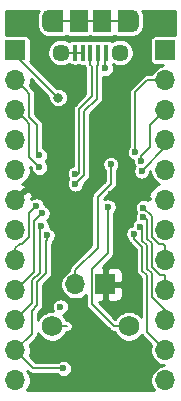
<source format=gbr>
G04 #@! TF.GenerationSoftware,KiCad,Pcbnew,(5.1.5)-3*
G04 #@! TF.CreationDate,2020-12-19T00:41:02-05:00*
G04 #@! TF.ProjectId,STM32_Breakout,53544d33-325f-4427-9265-616b6f75742e,rev?*
G04 #@! TF.SameCoordinates,Original*
G04 #@! TF.FileFunction,Copper,L1,Top*
G04 #@! TF.FilePolarity,Positive*
%FSLAX46Y46*%
G04 Gerber Fmt 4.6, Leading zero omitted, Abs format (unit mm)*
G04 Created by KiCad (PCBNEW (5.1.5)-3) date 2020-12-19 00:41:02*
%MOMM*%
%LPD*%
G04 APERTURE LIST*
%ADD10C,1.750000*%
%ADD11O,1.700000X1.700000*%
%ADD12R,1.700000X1.700000*%
%ADD13R,1.200000X1.900000*%
%ADD14O,1.200000X1.900000*%
%ADD15R,1.500000X1.900000*%
%ADD16C,1.450000*%
%ADD17R,0.400000X1.350000*%
%ADD18C,0.600000*%
%ADD19C,0.800000*%
%ADD20C,0.200000*%
%ADD21C,0.500000*%
%ADD22C,0.254000*%
G04 APERTURE END LIST*
D10*
X125020000Y-99568000D03*
X131520000Y-99568000D03*
D11*
X121920000Y-104140000D03*
X121920000Y-101600000D03*
X121920000Y-99060000D03*
X121920000Y-96520000D03*
X121920000Y-93980000D03*
X121920000Y-91440000D03*
X121920000Y-88900000D03*
X121920000Y-86360000D03*
X121920000Y-83820000D03*
X121920000Y-81280000D03*
X121920000Y-78740000D03*
D12*
X121920000Y-76200000D03*
D11*
X134620000Y-104140000D03*
X134620000Y-101600000D03*
X134620000Y-99060000D03*
X134620000Y-96520000D03*
X134620000Y-93980000D03*
X134620000Y-91440000D03*
X134620000Y-88900000D03*
X134620000Y-86360000D03*
X134620000Y-83820000D03*
X134620000Y-81280000D03*
X134620000Y-78740000D03*
D12*
X134620000Y-76200000D03*
D11*
X127000000Y-96012000D03*
D12*
X129540000Y-96012000D03*
D13*
X131170000Y-73692500D03*
X125370000Y-73692500D03*
D14*
X124770000Y-73692500D03*
X131770000Y-73692500D03*
D15*
X129270000Y-73692500D03*
D16*
X125770000Y-76392500D03*
D17*
X128270000Y-76392500D03*
X127620000Y-76392500D03*
X126970000Y-76392500D03*
X129570000Y-76392500D03*
X128920000Y-76392500D03*
D16*
X130770000Y-76392500D03*
D15*
X127270000Y-73692500D03*
D18*
X129540000Y-77724000D03*
D19*
X125530249Y-80209751D03*
D18*
X126969349Y-86667000D03*
X126969349Y-87517000D03*
X132080000Y-84836000D03*
X125730000Y-97917000D03*
X129996988Y-85847436D03*
X123670001Y-89381895D03*
X129750820Y-89466420D03*
X123952000Y-85090000D03*
X123952000Y-86106000D03*
X124170934Y-90005649D03*
X124094998Y-91094363D03*
X125984000Y-103124000D03*
X124587000Y-91856560D03*
X131942748Y-91740968D03*
X132469989Y-91139287D03*
X132741254Y-90352900D03*
X132754798Y-89517914D03*
X132614242Y-86420288D03*
X132588000Y-85598000D03*
X126441200Y-83667600D03*
X125476000Y-92329000D03*
X130556000Y-101346000D03*
X126433000Y-82863000D03*
X125925000Y-82355000D03*
X130007059Y-88382841D03*
X131099560Y-93853000D03*
D19*
X127101793Y-88498487D03*
D20*
X127620000Y-76392500D02*
X125770000Y-76392500D01*
X125370000Y-73692500D02*
X131770000Y-73692500D01*
X126257436Y-99568000D02*
X125020000Y-99568000D01*
X121920000Y-76599502D02*
X121920000Y-76200000D01*
X125584498Y-80264000D02*
X125530249Y-80209751D01*
X129540000Y-76422500D02*
X129570000Y-76392500D01*
X129540000Y-77724000D02*
X129540000Y-76422500D01*
X125530249Y-80209751D02*
X121920000Y-76599502D01*
X126969349Y-86667000D02*
X127182952Y-86667000D01*
X127182952Y-86667000D02*
X127283000Y-86566952D01*
X127283000Y-86566952D02*
X127283000Y-81186800D01*
X128270000Y-77405001D02*
X128370000Y-77505001D01*
X128270000Y-76392500D02*
X128270000Y-77405001D01*
X128370000Y-77505001D02*
X128370000Y-80099800D01*
X128370000Y-80099800D02*
X127283000Y-81186800D01*
X127733000Y-86753349D02*
X127733000Y-81373200D01*
X126969349Y-87517000D02*
X127733000Y-86753349D01*
X128820000Y-80286200D02*
X127733000Y-81373200D01*
X128820000Y-77505001D02*
X128820000Y-80286200D01*
X128920000Y-77405001D02*
X128820000Y-77505001D01*
X128920000Y-76392500D02*
X128920000Y-77405001D01*
X133096000Y-78740000D02*
X134620000Y-78740000D01*
X132080000Y-84836000D02*
X132080000Y-79756000D01*
X132080000Y-79756000D02*
X133096000Y-78740000D01*
X129996988Y-87504910D02*
X128877060Y-88624838D01*
X129996988Y-85847436D02*
X129996988Y-87504910D01*
X128877060Y-92932859D02*
X128877060Y-88624838D01*
X127000000Y-94809919D02*
X128877060Y-92932859D01*
X127000000Y-96012000D02*
X127000000Y-94809919D01*
X123070001Y-91992001D02*
X122472001Y-92590001D01*
X121920000Y-93980000D02*
X121920000Y-92964000D01*
X122293999Y-92590001D02*
X122472001Y-92590001D01*
X121920000Y-92964000D02*
X122293999Y-92590001D01*
X123070001Y-89981895D02*
X123070001Y-91992001D01*
X123670001Y-89381895D02*
X123070001Y-89981895D01*
X129750820Y-89466420D02*
X129750820Y-93355160D01*
X128389999Y-97675435D02*
X130282564Y-99568000D01*
X130282564Y-99568000D02*
X131520000Y-99568000D01*
X129750820Y-93355160D02*
X128389999Y-94715981D01*
X128389999Y-94715981D02*
X128389999Y-97675435D01*
X122769999Y-79589999D02*
X121920000Y-78740000D01*
X123070001Y-79890001D02*
X122769999Y-79589999D01*
X123070001Y-81832001D02*
X123070001Y-79890001D01*
X123739339Y-82501339D02*
X123070001Y-81832001D01*
X123739339Y-84004662D02*
X123739339Y-82501339D01*
X123739339Y-84004662D02*
X123739339Y-84877339D01*
X123739339Y-84877339D02*
X123952000Y-85090000D01*
X122769999Y-82129999D02*
X121920000Y-81280000D01*
X123070001Y-84183853D02*
X123070001Y-82430001D01*
X123070001Y-82430001D02*
X122769999Y-82129999D01*
X123070001Y-84183853D02*
X123070001Y-85224001D01*
X123070001Y-85224001D02*
X123952000Y-86106000D01*
X122769999Y-95670001D02*
X121920000Y-96520000D01*
X123494997Y-94945003D02*
X122769999Y-95670001D01*
X123494997Y-90681586D02*
X123494997Y-94945003D01*
X124170934Y-90005649D02*
X123494997Y-90681586D01*
X123345849Y-95659851D02*
X123345851Y-95659849D01*
X121920000Y-99060000D02*
X123345849Y-97634151D01*
X123345849Y-97634151D02*
X123345849Y-95659851D01*
X123986999Y-91202362D02*
X124094998Y-91094363D01*
X123345851Y-95659849D02*
X123986999Y-95018701D01*
X123986999Y-95018701D02*
X123986999Y-91202362D01*
X125984000Y-103124000D02*
X123444000Y-103124000D01*
X123444000Y-103124000D02*
X121920000Y-101600000D01*
X124495659Y-95075739D02*
X123745859Y-95825539D01*
X123745859Y-95825539D02*
X123745859Y-97799840D01*
X123745859Y-97799840D02*
X123311198Y-98234500D01*
X123311198Y-100208802D02*
X121920000Y-101600000D01*
X123311198Y-98234500D02*
X123311198Y-100208802D01*
X124495659Y-92372165D02*
X124495659Y-95075739D01*
X124587000Y-92280824D02*
X124495659Y-92372165D01*
X124587000Y-91856560D02*
X124587000Y-92280824D01*
X134620000Y-101600000D02*
X133069989Y-100049989D01*
X133069989Y-95263389D02*
X132669979Y-94863379D01*
X133069989Y-100049989D02*
X133069989Y-95263389D01*
X131942748Y-92161847D02*
X131942748Y-91740968D01*
X132669979Y-94863379D02*
X132669979Y-92889078D01*
X132669979Y-92889078D02*
X131942748Y-92161847D01*
X133469999Y-97072001D02*
X133469999Y-95554181D01*
X134620000Y-99060000D02*
X134620000Y-98222002D01*
X134620000Y-98222002D02*
X133469999Y-97072001D01*
X133469999Y-95097699D02*
X133069989Y-94697690D01*
X133469999Y-95554181D02*
X133469999Y-95097699D01*
X133069989Y-94697690D02*
X133069989Y-92723388D01*
X133069989Y-92723388D02*
X132669979Y-92323379D01*
X132669979Y-92323379D02*
X132669979Y-91339277D01*
X132669979Y-91339277D02*
X132469989Y-91139287D01*
X132819160Y-90352900D02*
X132741254Y-90352900D01*
X133069989Y-90603729D02*
X132819160Y-90352900D01*
X133069989Y-92157690D02*
X133069989Y-90603729D01*
X133469999Y-92557700D02*
X133069989Y-92157690D01*
X134620000Y-95317919D02*
X134539381Y-95237300D01*
X134620000Y-96520000D02*
X134620000Y-95317919D01*
X134539381Y-95237300D02*
X134175298Y-95237300D01*
X134175298Y-95237300D02*
X133469999Y-94532001D01*
X133469999Y-94532001D02*
X133469999Y-92557700D01*
X133469999Y-91992001D02*
X134067999Y-92590001D01*
X132754798Y-89517914D02*
X133469999Y-90233115D01*
X133469999Y-90233115D02*
X133469999Y-91992001D01*
X134432082Y-92590001D02*
X134067999Y-92590001D01*
X134620000Y-92777919D02*
X134432082Y-92590001D01*
X134620000Y-93980000D02*
X134620000Y-92777919D01*
X134620000Y-84414530D02*
X134620000Y-83820000D01*
X132614242Y-86420288D02*
X134620000Y-84414530D01*
X132588000Y-85173736D02*
X133350000Y-84411736D01*
X132588000Y-85598000D02*
X132588000Y-85173736D01*
X133350000Y-82550000D02*
X134620000Y-81280000D01*
X133350000Y-84411736D02*
X133350000Y-82550000D01*
D21*
X122769999Y-88050001D02*
X123419501Y-88050001D01*
X121920000Y-88900000D02*
X122769999Y-88050001D01*
D22*
G36*
X123816586Y-72947583D02*
G01*
X123757860Y-73141173D01*
X123743000Y-73292049D01*
X123743000Y-74092950D01*
X123757860Y-74243826D01*
X123816585Y-74437416D01*
X123911949Y-74615831D01*
X124040288Y-74772212D01*
X124196669Y-74900551D01*
X124375083Y-74995915D01*
X124568673Y-75054640D01*
X124770000Y-75074469D01*
X124799474Y-75071566D01*
X125970000Y-75071566D01*
X126053707Y-75063322D01*
X126134196Y-75038905D01*
X126208376Y-74999255D01*
X126245000Y-74969198D01*
X126281624Y-74999255D01*
X126355804Y-75038905D01*
X126436293Y-75063322D01*
X126520000Y-75071566D01*
X128020000Y-75071566D01*
X128103707Y-75063322D01*
X128184196Y-75038905D01*
X128258376Y-74999255D01*
X128270000Y-74989715D01*
X128281624Y-74999255D01*
X128355804Y-75038905D01*
X128436293Y-75063322D01*
X128520000Y-75071566D01*
X130020000Y-75071566D01*
X130103707Y-75063322D01*
X130184196Y-75038905D01*
X130258376Y-74999255D01*
X130295000Y-74969198D01*
X130331624Y-74999255D01*
X130405804Y-75038905D01*
X130486293Y-75063322D01*
X130570000Y-75071566D01*
X131740526Y-75071566D01*
X131770000Y-75074469D01*
X131971327Y-75054640D01*
X132164917Y-74995915D01*
X132343331Y-74900551D01*
X132499712Y-74772212D01*
X132628051Y-74615831D01*
X132723415Y-74437417D01*
X132782140Y-74243826D01*
X132797000Y-74092950D01*
X132797000Y-73292049D01*
X132782140Y-73141173D01*
X132723415Y-72947583D01*
X132666980Y-72842000D01*
X135438001Y-72842000D01*
X135438001Y-74920934D01*
X133770000Y-74920934D01*
X133686293Y-74929178D01*
X133605804Y-74953595D01*
X133531624Y-74993245D01*
X133466605Y-75046605D01*
X133413245Y-75111624D01*
X133373595Y-75185804D01*
X133349178Y-75266293D01*
X133340934Y-75350000D01*
X133340934Y-77050000D01*
X133349178Y-77133707D01*
X133373595Y-77214196D01*
X133413245Y-77288376D01*
X133466605Y-77353395D01*
X133531624Y-77406755D01*
X133605804Y-77446405D01*
X133686293Y-77470822D01*
X133770000Y-77479066D01*
X134413456Y-77479066D01*
X134247513Y-77512074D01*
X134015114Y-77608337D01*
X133805960Y-77748089D01*
X133628089Y-77925960D01*
X133488337Y-78135114D01*
X133456076Y-78213000D01*
X133121881Y-78213000D01*
X133096000Y-78210451D01*
X133070119Y-78213000D01*
X132992690Y-78220626D01*
X132893350Y-78250761D01*
X132801798Y-78299696D01*
X132721552Y-78365552D01*
X132705049Y-78385661D01*
X131725662Y-79365049D01*
X131705553Y-79381552D01*
X131649628Y-79449697D01*
X131639696Y-79461799D01*
X131590761Y-79553351D01*
X131560626Y-79652691D01*
X131550451Y-79756000D01*
X131553001Y-79781891D01*
X131553000Y-84334866D01*
X131515302Y-84372564D01*
X131435741Y-84491636D01*
X131380938Y-84623942D01*
X131353000Y-84764397D01*
X131353000Y-84907603D01*
X131380938Y-85048058D01*
X131435741Y-85180364D01*
X131515302Y-85299436D01*
X131616564Y-85400698D01*
X131735636Y-85480259D01*
X131861000Y-85532187D01*
X131861000Y-85669603D01*
X131888938Y-85810058D01*
X131943741Y-85942364D01*
X132001483Y-86028781D01*
X131969983Y-86075924D01*
X131915180Y-86208230D01*
X131887242Y-86348685D01*
X131887242Y-86491891D01*
X131915180Y-86632346D01*
X131969983Y-86764652D01*
X132049544Y-86883724D01*
X132150806Y-86984986D01*
X132269878Y-87064547D01*
X132402184Y-87119350D01*
X132542639Y-87147288D01*
X132685845Y-87147288D01*
X132826300Y-87119350D01*
X132958606Y-87064547D01*
X133077678Y-86984986D01*
X133178940Y-86883724D01*
X133258501Y-86764652D01*
X133313304Y-86632346D01*
X133341242Y-86491891D01*
X133341242Y-86438577D01*
X133343000Y-86436819D01*
X133343000Y-86485774D01*
X133392074Y-86732487D01*
X133488337Y-86964886D01*
X133628089Y-87174040D01*
X133805960Y-87351911D01*
X134015114Y-87491663D01*
X134086416Y-87521197D01*
X133988748Y-87555843D01*
X133738645Y-87704822D01*
X133522412Y-87899731D01*
X133348359Y-88133080D01*
X133223175Y-88395901D01*
X133178524Y-88543110D01*
X133299844Y-88772998D01*
X133135000Y-88772998D01*
X133135000Y-88897601D01*
X133099162Y-88873655D01*
X132966856Y-88818852D01*
X132826401Y-88790914D01*
X132683195Y-88790914D01*
X132542740Y-88818852D01*
X132410434Y-88873655D01*
X132291362Y-88953216D01*
X132190100Y-89054478D01*
X132110539Y-89173550D01*
X132055736Y-89305856D01*
X132027798Y-89446311D01*
X132027798Y-89589517D01*
X132055736Y-89729972D01*
X132110539Y-89862278D01*
X132152630Y-89925272D01*
X132096995Y-90008536D01*
X132042192Y-90140842D01*
X132014254Y-90281297D01*
X132014254Y-90424503D01*
X132039702Y-90552440D01*
X132006553Y-90574589D01*
X131905291Y-90675851D01*
X131825730Y-90794923D01*
X131770927Y-90927229D01*
X131748834Y-91038297D01*
X131730690Y-91041906D01*
X131598384Y-91096709D01*
X131479312Y-91176270D01*
X131378050Y-91277532D01*
X131298489Y-91396604D01*
X131243686Y-91528910D01*
X131215748Y-91669365D01*
X131215748Y-91812571D01*
X131243686Y-91953026D01*
X131298489Y-92085332D01*
X131378050Y-92204404D01*
X131421688Y-92248042D01*
X131423374Y-92265156D01*
X131453509Y-92364496D01*
X131502444Y-92456049D01*
X131568300Y-92536295D01*
X131588414Y-92552802D01*
X132142980Y-93107369D01*
X132142979Y-94837498D01*
X132140430Y-94863379D01*
X132142979Y-94889259D01*
X132150605Y-94966688D01*
X132180740Y-95066028D01*
X132229675Y-95157581D01*
X132295531Y-95237827D01*
X132315645Y-95254334D01*
X132542990Y-95481680D01*
X132542989Y-98755472D01*
X132531330Y-98738023D01*
X132349977Y-98556670D01*
X132136728Y-98414182D01*
X131899779Y-98316035D01*
X131648236Y-98266000D01*
X131391764Y-98266000D01*
X131140221Y-98316035D01*
X130903272Y-98414182D01*
X130690023Y-98556670D01*
X130508670Y-98738023D01*
X130384184Y-98924330D01*
X128958463Y-97498610D01*
X129254250Y-97497000D01*
X129413000Y-97338250D01*
X129413000Y-96139000D01*
X129667000Y-96139000D01*
X129667000Y-97338250D01*
X129825750Y-97497000D01*
X130390000Y-97500072D01*
X130514482Y-97487812D01*
X130634180Y-97451502D01*
X130744494Y-97392537D01*
X130841185Y-97313185D01*
X130920537Y-97216494D01*
X130979502Y-97106180D01*
X131015812Y-96986482D01*
X131028072Y-96862000D01*
X131025000Y-96297750D01*
X130866250Y-96139000D01*
X129667000Y-96139000D01*
X129413000Y-96139000D01*
X129393000Y-96139000D01*
X129393000Y-95885000D01*
X129413000Y-95885000D01*
X129413000Y-94685750D01*
X129667000Y-94685750D01*
X129667000Y-95885000D01*
X130866250Y-95885000D01*
X131025000Y-95726250D01*
X131028072Y-95162000D01*
X131015812Y-95037518D01*
X130979502Y-94917820D01*
X130920537Y-94807506D01*
X130841185Y-94710815D01*
X130744494Y-94631463D01*
X130634180Y-94572498D01*
X130514482Y-94536188D01*
X130390000Y-94523928D01*
X129825750Y-94527000D01*
X129667000Y-94685750D01*
X129413000Y-94685750D01*
X129289260Y-94562010D01*
X130105164Y-93746107D01*
X130125268Y-93729608D01*
X130191124Y-93649362D01*
X130240059Y-93557810D01*
X130270194Y-93458470D01*
X130277820Y-93381041D01*
X130280369Y-93355160D01*
X130277820Y-93329279D01*
X130277820Y-89967554D01*
X130315518Y-89929856D01*
X130395079Y-89810784D01*
X130449882Y-89678478D01*
X130477820Y-89538023D01*
X130477820Y-89394817D01*
X130449882Y-89254362D01*
X130395079Y-89122056D01*
X130315518Y-89002984D01*
X130214256Y-88901722D01*
X130095184Y-88822161D01*
X129962878Y-88767358D01*
X129822423Y-88739420D01*
X129679217Y-88739420D01*
X129538762Y-88767358D01*
X129438157Y-88809030D01*
X130351327Y-87895861D01*
X130371436Y-87879358D01*
X130437292Y-87799112D01*
X130486227Y-87707560D01*
X130516362Y-87608220D01*
X130523988Y-87530791D01*
X130523988Y-87530789D01*
X130526537Y-87504911D01*
X130523988Y-87479033D01*
X130523988Y-86348570D01*
X130561686Y-86310872D01*
X130641247Y-86191800D01*
X130696050Y-86059494D01*
X130723988Y-85919039D01*
X130723988Y-85775833D01*
X130696050Y-85635378D01*
X130641247Y-85503072D01*
X130561686Y-85384000D01*
X130460424Y-85282738D01*
X130341352Y-85203177D01*
X130209046Y-85148374D01*
X130068591Y-85120436D01*
X129925385Y-85120436D01*
X129784930Y-85148374D01*
X129652624Y-85203177D01*
X129533552Y-85282738D01*
X129432290Y-85384000D01*
X129352729Y-85503072D01*
X129297926Y-85635378D01*
X129269988Y-85775833D01*
X129269988Y-85919039D01*
X129297926Y-86059494D01*
X129352729Y-86191800D01*
X129432290Y-86310872D01*
X129469988Y-86348570D01*
X129469989Y-87286619D01*
X128522722Y-88233887D01*
X128502613Y-88250390D01*
X128445121Y-88320444D01*
X128436756Y-88330637D01*
X128387821Y-88422189D01*
X128357686Y-88521529D01*
X128347511Y-88624838D01*
X128350061Y-88650729D01*
X128350060Y-92714568D01*
X126645662Y-94418968D01*
X126625553Y-94435471D01*
X126573148Y-94499327D01*
X126559696Y-94515718D01*
X126510761Y-94607270D01*
X126480626Y-94706610D01*
X126470451Y-94809919D01*
X126473001Y-94835809D01*
X126473001Y-94848075D01*
X126395114Y-94880337D01*
X126185960Y-95020089D01*
X126008089Y-95197960D01*
X125868337Y-95407114D01*
X125772074Y-95639513D01*
X125723000Y-95886226D01*
X125723000Y-96137774D01*
X125772074Y-96384487D01*
X125868337Y-96616886D01*
X126008089Y-96826040D01*
X126185960Y-97003911D01*
X126395114Y-97143663D01*
X126627513Y-97239926D01*
X126874226Y-97289000D01*
X127125774Y-97289000D01*
X127372487Y-97239926D01*
X127604886Y-97143663D01*
X127814040Y-97003911D01*
X127863000Y-96954951D01*
X127863000Y-97649544D01*
X127860450Y-97675435D01*
X127870625Y-97778744D01*
X127900760Y-97878084D01*
X127927629Y-97928353D01*
X127949696Y-97969637D01*
X128015552Y-98049883D01*
X128035661Y-98066386D01*
X129891613Y-99922339D01*
X129908116Y-99942448D01*
X129985742Y-100006154D01*
X129988362Y-100008304D01*
X130079914Y-100057239D01*
X130179254Y-100087374D01*
X130282563Y-100097549D01*
X130308444Y-100095000D01*
X130329016Y-100095000D01*
X130366182Y-100184728D01*
X130508670Y-100397977D01*
X130690023Y-100579330D01*
X130903272Y-100721818D01*
X131140221Y-100819965D01*
X131391764Y-100870000D01*
X131648236Y-100870000D01*
X131899779Y-100819965D01*
X132136728Y-100721818D01*
X132349977Y-100579330D01*
X132531330Y-100397977D01*
X132601946Y-100292293D01*
X132629685Y-100344191D01*
X132695541Y-100424437D01*
X132715655Y-100440944D01*
X133424336Y-101149626D01*
X133392074Y-101227513D01*
X133343000Y-101474226D01*
X133343000Y-101725774D01*
X133392074Y-101972487D01*
X133488337Y-102204886D01*
X133628089Y-102414040D01*
X133805960Y-102591911D01*
X134015114Y-102731663D01*
X134247513Y-102827926D01*
X134459034Y-102870000D01*
X134247513Y-102912074D01*
X134015114Y-103008337D01*
X133805960Y-103148089D01*
X133628089Y-103325960D01*
X133488337Y-103535114D01*
X133392074Y-103767513D01*
X133343000Y-104014226D01*
X133343000Y-104265774D01*
X133392074Y-104512487D01*
X133488337Y-104744886D01*
X133628089Y-104954040D01*
X133632049Y-104958000D01*
X122907951Y-104958000D01*
X122911911Y-104954040D01*
X123051663Y-104744886D01*
X123147926Y-104512487D01*
X123197000Y-104265774D01*
X123197000Y-104014226D01*
X123147926Y-103767513D01*
X123051663Y-103535114D01*
X122934546Y-103359836D01*
X123053049Y-103478339D01*
X123069552Y-103498448D01*
X123149798Y-103564304D01*
X123241350Y-103613239D01*
X123340690Y-103643374D01*
X123418119Y-103651000D01*
X123418121Y-103651000D01*
X123443999Y-103653549D01*
X123469877Y-103651000D01*
X125482866Y-103651000D01*
X125520564Y-103688698D01*
X125639636Y-103768259D01*
X125771942Y-103823062D01*
X125912397Y-103851000D01*
X126055603Y-103851000D01*
X126196058Y-103823062D01*
X126328364Y-103768259D01*
X126447436Y-103688698D01*
X126548698Y-103587436D01*
X126628259Y-103468364D01*
X126683062Y-103336058D01*
X126711000Y-103195603D01*
X126711000Y-103052397D01*
X126683062Y-102911942D01*
X126628259Y-102779636D01*
X126548698Y-102660564D01*
X126447436Y-102559302D01*
X126328364Y-102479741D01*
X126196058Y-102424938D01*
X126055603Y-102397000D01*
X125912397Y-102397000D01*
X125771942Y-102424938D01*
X125639636Y-102479741D01*
X125520564Y-102559302D01*
X125482866Y-102597000D01*
X123662290Y-102597000D01*
X123115664Y-102050374D01*
X123147926Y-101972487D01*
X123197000Y-101725774D01*
X123197000Y-101474226D01*
X123147926Y-101227513D01*
X123115664Y-101149626D01*
X123665537Y-100599753D01*
X123685646Y-100583250D01*
X123751502Y-100503004D01*
X123800437Y-100411452D01*
X123830572Y-100312112D01*
X123838198Y-100234683D01*
X123840747Y-100208803D01*
X123838198Y-100182922D01*
X123838198Y-100117168D01*
X123866182Y-100184728D01*
X124008670Y-100397977D01*
X124190023Y-100579330D01*
X124403272Y-100721818D01*
X124640221Y-100819965D01*
X124891764Y-100870000D01*
X125148236Y-100870000D01*
X125399779Y-100819965D01*
X125636728Y-100721818D01*
X125849977Y-100579330D01*
X126031330Y-100397977D01*
X126173818Y-100184728D01*
X126210984Y-100095000D01*
X126283317Y-100095000D01*
X126360746Y-100087374D01*
X126460086Y-100057239D01*
X126551638Y-100008304D01*
X126631884Y-99942448D01*
X126697740Y-99862202D01*
X126746675Y-99770650D01*
X126776810Y-99671310D01*
X126786985Y-99568000D01*
X126776810Y-99464690D01*
X126746675Y-99365350D01*
X126697740Y-99273798D01*
X126631884Y-99193552D01*
X126551638Y-99127696D01*
X126460086Y-99078761D01*
X126360746Y-99048626D01*
X126283317Y-99041000D01*
X126210984Y-99041000D01*
X126173818Y-98951272D01*
X126031330Y-98738023D01*
X125914792Y-98621485D01*
X125942058Y-98616062D01*
X126074364Y-98561259D01*
X126193436Y-98481698D01*
X126294698Y-98380436D01*
X126374259Y-98261364D01*
X126429062Y-98129058D01*
X126457000Y-97988603D01*
X126457000Y-97845397D01*
X126429062Y-97704942D01*
X126374259Y-97572636D01*
X126294698Y-97453564D01*
X126193436Y-97352302D01*
X126074364Y-97272741D01*
X125942058Y-97217938D01*
X125801603Y-97190000D01*
X125658397Y-97190000D01*
X125517942Y-97217938D01*
X125385636Y-97272741D01*
X125266564Y-97352302D01*
X125165302Y-97453564D01*
X125085741Y-97572636D01*
X125030938Y-97704942D01*
X125003000Y-97845397D01*
X125003000Y-97988603D01*
X125030938Y-98129058D01*
X125085741Y-98261364D01*
X125088839Y-98266000D01*
X124891764Y-98266000D01*
X124640221Y-98316035D01*
X124403272Y-98414182D01*
X124190023Y-98556670D01*
X124008670Y-98738023D01*
X123866182Y-98951272D01*
X123838198Y-99018832D01*
X123838198Y-98452790D01*
X124100198Y-98190791D01*
X124120307Y-98174288D01*
X124186163Y-98094042D01*
X124235098Y-98002490D01*
X124257588Y-97928353D01*
X124265233Y-97903151D01*
X124275408Y-97799841D01*
X124272859Y-97773960D01*
X124272859Y-96043828D01*
X124849998Y-95466690D01*
X124870107Y-95450187D01*
X124935963Y-95369941D01*
X124984898Y-95278389D01*
X125015033Y-95179049D01*
X125022659Y-95101620D01*
X125022659Y-95101618D01*
X125025208Y-95075740D01*
X125022659Y-95049862D01*
X125022659Y-92580686D01*
X125027304Y-92575026D01*
X125076239Y-92483474D01*
X125106374Y-92384134D01*
X125108429Y-92363265D01*
X125151698Y-92319996D01*
X125231259Y-92200924D01*
X125286062Y-92068618D01*
X125314000Y-91928163D01*
X125314000Y-91784957D01*
X125286062Y-91644502D01*
X125231259Y-91512196D01*
X125151698Y-91393124D01*
X125050436Y-91291862D01*
X124931364Y-91212301D01*
X124821808Y-91166921D01*
X124821998Y-91165966D01*
X124821998Y-91022760D01*
X124794060Y-90882305D01*
X124739257Y-90749999D01*
X124659696Y-90630927D01*
X124613237Y-90584468D01*
X124634370Y-90570347D01*
X124735632Y-90469085D01*
X124815193Y-90350013D01*
X124869996Y-90217707D01*
X124897934Y-90077252D01*
X124897934Y-89934046D01*
X124869996Y-89793591D01*
X124815193Y-89661285D01*
X124735632Y-89542213D01*
X124634370Y-89440951D01*
X124515298Y-89361390D01*
X124397001Y-89312390D01*
X124397001Y-89310292D01*
X124369063Y-89169837D01*
X124314260Y-89037531D01*
X124234699Y-88918459D01*
X124133437Y-88817197D01*
X124014365Y-88737636D01*
X123882059Y-88682833D01*
X123741604Y-88654895D01*
X123598398Y-88654895D01*
X123457943Y-88682833D01*
X123325637Y-88737636D01*
X123272714Y-88772998D01*
X123240156Y-88772998D01*
X123361476Y-88543110D01*
X123316825Y-88395901D01*
X123191641Y-88133080D01*
X123017588Y-87899731D01*
X122801355Y-87704822D01*
X122551252Y-87555843D01*
X122453584Y-87521197D01*
X122524886Y-87491663D01*
X122734040Y-87351911D01*
X122911911Y-87174040D01*
X123051663Y-86964886D01*
X123147926Y-86732487D01*
X123197000Y-86485774D01*
X123197000Y-86234226D01*
X123162750Y-86062040D01*
X123225000Y-86124290D01*
X123225000Y-86177603D01*
X123252938Y-86318058D01*
X123307741Y-86450364D01*
X123387302Y-86569436D01*
X123488564Y-86670698D01*
X123607636Y-86750259D01*
X123739942Y-86805062D01*
X123880397Y-86833000D01*
X124023603Y-86833000D01*
X124164058Y-86805062D01*
X124296364Y-86750259D01*
X124415436Y-86670698D01*
X124516698Y-86569436D01*
X124596259Y-86450364D01*
X124651062Y-86318058D01*
X124679000Y-86177603D01*
X124679000Y-86034397D01*
X124651062Y-85893942D01*
X124596259Y-85761636D01*
X124516698Y-85642564D01*
X124472134Y-85598000D01*
X124516698Y-85553436D01*
X124596259Y-85434364D01*
X124651062Y-85302058D01*
X124679000Y-85161603D01*
X124679000Y-85018397D01*
X124651062Y-84877942D01*
X124596259Y-84745636D01*
X124516698Y-84626564D01*
X124415436Y-84525302D01*
X124296364Y-84445741D01*
X124266339Y-84433304D01*
X124266339Y-82527220D01*
X124268888Y-82501339D01*
X124258713Y-82398029D01*
X124243339Y-82347350D01*
X124228578Y-82298689D01*
X124179643Y-82207137D01*
X124113787Y-82126891D01*
X124093678Y-82110388D01*
X123597001Y-81613712D01*
X123597001Y-79915882D01*
X123599550Y-79890001D01*
X123589375Y-79786691D01*
X123559240Y-79687352D01*
X123559240Y-79687351D01*
X123510305Y-79595799D01*
X123444449Y-79515553D01*
X123424335Y-79499046D01*
X123160949Y-79235660D01*
X123160944Y-79235654D01*
X123115664Y-79190374D01*
X123147926Y-79112487D01*
X123197000Y-78865774D01*
X123197000Y-78621791D01*
X124703292Y-80128084D01*
X124703249Y-80128299D01*
X124703249Y-80291203D01*
X124735031Y-80450978D01*
X124797372Y-80601482D01*
X124887877Y-80736932D01*
X125003068Y-80852123D01*
X125138518Y-80942628D01*
X125289022Y-81004969D01*
X125448797Y-81036751D01*
X125611701Y-81036751D01*
X125771476Y-81004969D01*
X125921980Y-80942628D01*
X126057430Y-80852123D01*
X126172621Y-80736932D01*
X126263126Y-80601482D01*
X126325467Y-80450978D01*
X126357249Y-80291203D01*
X126357249Y-80128299D01*
X126325467Y-79968524D01*
X126263126Y-79818020D01*
X126172621Y-79682570D01*
X126057430Y-79567379D01*
X125921980Y-79476874D01*
X125771476Y-79414533D01*
X125611701Y-79382751D01*
X125448797Y-79382751D01*
X125448582Y-79382794D01*
X123191600Y-77125812D01*
X123199066Y-77050000D01*
X123199066Y-76279038D01*
X124618000Y-76279038D01*
X124618000Y-76505962D01*
X124662271Y-76728526D01*
X124749111Y-76938177D01*
X124875183Y-77126857D01*
X125035643Y-77287317D01*
X125224323Y-77413389D01*
X125433974Y-77500229D01*
X125656538Y-77544500D01*
X125883462Y-77544500D01*
X126106026Y-77500229D01*
X126315677Y-77413389D01*
X126435676Y-77333208D01*
X126466605Y-77370895D01*
X126531624Y-77424255D01*
X126605804Y-77463905D01*
X126686293Y-77488322D01*
X126770000Y-77496566D01*
X127170000Y-77496566D01*
X127253707Y-77488322D01*
X127295000Y-77475795D01*
X127336293Y-77488322D01*
X127420000Y-77496566D01*
X127749469Y-77496566D01*
X127750626Y-77508310D01*
X127780761Y-77607650D01*
X127829696Y-77699202D01*
X127829697Y-77699203D01*
X127843000Y-77715413D01*
X127843001Y-79881509D01*
X126928662Y-80795849D01*
X126908553Y-80812352D01*
X126851061Y-80882406D01*
X126842696Y-80892599D01*
X126793761Y-80984151D01*
X126763626Y-81083491D01*
X126753451Y-81186800D01*
X126756001Y-81212691D01*
X126756000Y-85968473D01*
X126624985Y-86022741D01*
X126505913Y-86102302D01*
X126404651Y-86203564D01*
X126325090Y-86322636D01*
X126270287Y-86454942D01*
X126242349Y-86595397D01*
X126242349Y-86738603D01*
X126270287Y-86879058D01*
X126325090Y-87011364D01*
X126378969Y-87092000D01*
X126325090Y-87172636D01*
X126270287Y-87304942D01*
X126242349Y-87445397D01*
X126242349Y-87588603D01*
X126270287Y-87729058D01*
X126325090Y-87861364D01*
X126404651Y-87980436D01*
X126505913Y-88081698D01*
X126624985Y-88161259D01*
X126757291Y-88216062D01*
X126897746Y-88244000D01*
X127040952Y-88244000D01*
X127181407Y-88216062D01*
X127313713Y-88161259D01*
X127432785Y-88081698D01*
X127534047Y-87980436D01*
X127613608Y-87861364D01*
X127668411Y-87729058D01*
X127696349Y-87588603D01*
X127696349Y-87535290D01*
X128087344Y-87144296D01*
X128107448Y-87127797D01*
X128173304Y-87047551D01*
X128222239Y-86955999D01*
X128252374Y-86856659D01*
X128260000Y-86779230D01*
X128260000Y-86779229D01*
X128262549Y-86753349D01*
X128260000Y-86727468D01*
X128260000Y-81591489D01*
X129174339Y-80677151D01*
X129194448Y-80660648D01*
X129260304Y-80580402D01*
X129309239Y-80488850D01*
X129339374Y-80389510D01*
X129349549Y-80286201D01*
X129347000Y-80260320D01*
X129347000Y-78426853D01*
X129468397Y-78451000D01*
X129611603Y-78451000D01*
X129752058Y-78423062D01*
X129884364Y-78368259D01*
X130003436Y-78288698D01*
X130104698Y-78187436D01*
X130184259Y-78068364D01*
X130239062Y-77936058D01*
X130267000Y-77795603D01*
X130267000Y-77652397D01*
X130239062Y-77511942D01*
X130188258Y-77389291D01*
X130224323Y-77413389D01*
X130433974Y-77500229D01*
X130656538Y-77544500D01*
X130883462Y-77544500D01*
X131106026Y-77500229D01*
X131315677Y-77413389D01*
X131504357Y-77287317D01*
X131664817Y-77126857D01*
X131790889Y-76938177D01*
X131877729Y-76728526D01*
X131922000Y-76505962D01*
X131922000Y-76279038D01*
X131877729Y-76056474D01*
X131790889Y-75846823D01*
X131664817Y-75658143D01*
X131504357Y-75497683D01*
X131315677Y-75371611D01*
X131106026Y-75284771D01*
X130883462Y-75240500D01*
X130656538Y-75240500D01*
X130433974Y-75284771D01*
X130224323Y-75371611D01*
X130104324Y-75451792D01*
X130073395Y-75414105D01*
X130008376Y-75360745D01*
X129934196Y-75321095D01*
X129853707Y-75296678D01*
X129770000Y-75288434D01*
X129370000Y-75288434D01*
X129286293Y-75296678D01*
X129245000Y-75309205D01*
X129203707Y-75296678D01*
X129120000Y-75288434D01*
X128720000Y-75288434D01*
X128636293Y-75296678D01*
X128595000Y-75309205D01*
X128553707Y-75296678D01*
X128470000Y-75288434D01*
X128070000Y-75288434D01*
X127986293Y-75296678D01*
X127945000Y-75309205D01*
X127903707Y-75296678D01*
X127820000Y-75288434D01*
X127420000Y-75288434D01*
X127336293Y-75296678D01*
X127295000Y-75309205D01*
X127253707Y-75296678D01*
X127170000Y-75288434D01*
X126770000Y-75288434D01*
X126686293Y-75296678D01*
X126605804Y-75321095D01*
X126531624Y-75360745D01*
X126466605Y-75414105D01*
X126435676Y-75451792D01*
X126315677Y-75371611D01*
X126106026Y-75284771D01*
X125883462Y-75240500D01*
X125656538Y-75240500D01*
X125433974Y-75284771D01*
X125224323Y-75371611D01*
X125035643Y-75497683D01*
X124875183Y-75658143D01*
X124749111Y-75846823D01*
X124662271Y-76056474D01*
X124618000Y-76279038D01*
X123199066Y-76279038D01*
X123199066Y-75350000D01*
X123190822Y-75266293D01*
X123166405Y-75185804D01*
X123126755Y-75111624D01*
X123073395Y-75046605D01*
X123008376Y-74993245D01*
X122934196Y-74953595D01*
X122853707Y-74929178D01*
X122770000Y-74920934D01*
X121102000Y-74920934D01*
X121102000Y-72842000D01*
X123873021Y-72842000D01*
X123816586Y-72947583D01*
G37*
X123816586Y-72947583D02*
X123757860Y-73141173D01*
X123743000Y-73292049D01*
X123743000Y-74092950D01*
X123757860Y-74243826D01*
X123816585Y-74437416D01*
X123911949Y-74615831D01*
X124040288Y-74772212D01*
X124196669Y-74900551D01*
X124375083Y-74995915D01*
X124568673Y-75054640D01*
X124770000Y-75074469D01*
X124799474Y-75071566D01*
X125970000Y-75071566D01*
X126053707Y-75063322D01*
X126134196Y-75038905D01*
X126208376Y-74999255D01*
X126245000Y-74969198D01*
X126281624Y-74999255D01*
X126355804Y-75038905D01*
X126436293Y-75063322D01*
X126520000Y-75071566D01*
X128020000Y-75071566D01*
X128103707Y-75063322D01*
X128184196Y-75038905D01*
X128258376Y-74999255D01*
X128270000Y-74989715D01*
X128281624Y-74999255D01*
X128355804Y-75038905D01*
X128436293Y-75063322D01*
X128520000Y-75071566D01*
X130020000Y-75071566D01*
X130103707Y-75063322D01*
X130184196Y-75038905D01*
X130258376Y-74999255D01*
X130295000Y-74969198D01*
X130331624Y-74999255D01*
X130405804Y-75038905D01*
X130486293Y-75063322D01*
X130570000Y-75071566D01*
X131740526Y-75071566D01*
X131770000Y-75074469D01*
X131971327Y-75054640D01*
X132164917Y-74995915D01*
X132343331Y-74900551D01*
X132499712Y-74772212D01*
X132628051Y-74615831D01*
X132723415Y-74437417D01*
X132782140Y-74243826D01*
X132797000Y-74092950D01*
X132797000Y-73292049D01*
X132782140Y-73141173D01*
X132723415Y-72947583D01*
X132666980Y-72842000D01*
X135438001Y-72842000D01*
X135438001Y-74920934D01*
X133770000Y-74920934D01*
X133686293Y-74929178D01*
X133605804Y-74953595D01*
X133531624Y-74993245D01*
X133466605Y-75046605D01*
X133413245Y-75111624D01*
X133373595Y-75185804D01*
X133349178Y-75266293D01*
X133340934Y-75350000D01*
X133340934Y-77050000D01*
X133349178Y-77133707D01*
X133373595Y-77214196D01*
X133413245Y-77288376D01*
X133466605Y-77353395D01*
X133531624Y-77406755D01*
X133605804Y-77446405D01*
X133686293Y-77470822D01*
X133770000Y-77479066D01*
X134413456Y-77479066D01*
X134247513Y-77512074D01*
X134015114Y-77608337D01*
X133805960Y-77748089D01*
X133628089Y-77925960D01*
X133488337Y-78135114D01*
X133456076Y-78213000D01*
X133121881Y-78213000D01*
X133096000Y-78210451D01*
X133070119Y-78213000D01*
X132992690Y-78220626D01*
X132893350Y-78250761D01*
X132801798Y-78299696D01*
X132721552Y-78365552D01*
X132705049Y-78385661D01*
X131725662Y-79365049D01*
X131705553Y-79381552D01*
X131649628Y-79449697D01*
X131639696Y-79461799D01*
X131590761Y-79553351D01*
X131560626Y-79652691D01*
X131550451Y-79756000D01*
X131553001Y-79781891D01*
X131553000Y-84334866D01*
X131515302Y-84372564D01*
X131435741Y-84491636D01*
X131380938Y-84623942D01*
X131353000Y-84764397D01*
X131353000Y-84907603D01*
X131380938Y-85048058D01*
X131435741Y-85180364D01*
X131515302Y-85299436D01*
X131616564Y-85400698D01*
X131735636Y-85480259D01*
X131861000Y-85532187D01*
X131861000Y-85669603D01*
X131888938Y-85810058D01*
X131943741Y-85942364D01*
X132001483Y-86028781D01*
X131969983Y-86075924D01*
X131915180Y-86208230D01*
X131887242Y-86348685D01*
X131887242Y-86491891D01*
X131915180Y-86632346D01*
X131969983Y-86764652D01*
X132049544Y-86883724D01*
X132150806Y-86984986D01*
X132269878Y-87064547D01*
X132402184Y-87119350D01*
X132542639Y-87147288D01*
X132685845Y-87147288D01*
X132826300Y-87119350D01*
X132958606Y-87064547D01*
X133077678Y-86984986D01*
X133178940Y-86883724D01*
X133258501Y-86764652D01*
X133313304Y-86632346D01*
X133341242Y-86491891D01*
X133341242Y-86438577D01*
X133343000Y-86436819D01*
X133343000Y-86485774D01*
X133392074Y-86732487D01*
X133488337Y-86964886D01*
X133628089Y-87174040D01*
X133805960Y-87351911D01*
X134015114Y-87491663D01*
X134086416Y-87521197D01*
X133988748Y-87555843D01*
X133738645Y-87704822D01*
X133522412Y-87899731D01*
X133348359Y-88133080D01*
X133223175Y-88395901D01*
X133178524Y-88543110D01*
X133299844Y-88772998D01*
X133135000Y-88772998D01*
X133135000Y-88897601D01*
X133099162Y-88873655D01*
X132966856Y-88818852D01*
X132826401Y-88790914D01*
X132683195Y-88790914D01*
X132542740Y-88818852D01*
X132410434Y-88873655D01*
X132291362Y-88953216D01*
X132190100Y-89054478D01*
X132110539Y-89173550D01*
X132055736Y-89305856D01*
X132027798Y-89446311D01*
X132027798Y-89589517D01*
X132055736Y-89729972D01*
X132110539Y-89862278D01*
X132152630Y-89925272D01*
X132096995Y-90008536D01*
X132042192Y-90140842D01*
X132014254Y-90281297D01*
X132014254Y-90424503D01*
X132039702Y-90552440D01*
X132006553Y-90574589D01*
X131905291Y-90675851D01*
X131825730Y-90794923D01*
X131770927Y-90927229D01*
X131748834Y-91038297D01*
X131730690Y-91041906D01*
X131598384Y-91096709D01*
X131479312Y-91176270D01*
X131378050Y-91277532D01*
X131298489Y-91396604D01*
X131243686Y-91528910D01*
X131215748Y-91669365D01*
X131215748Y-91812571D01*
X131243686Y-91953026D01*
X131298489Y-92085332D01*
X131378050Y-92204404D01*
X131421688Y-92248042D01*
X131423374Y-92265156D01*
X131453509Y-92364496D01*
X131502444Y-92456049D01*
X131568300Y-92536295D01*
X131588414Y-92552802D01*
X132142980Y-93107369D01*
X132142979Y-94837498D01*
X132140430Y-94863379D01*
X132142979Y-94889259D01*
X132150605Y-94966688D01*
X132180740Y-95066028D01*
X132229675Y-95157581D01*
X132295531Y-95237827D01*
X132315645Y-95254334D01*
X132542990Y-95481680D01*
X132542989Y-98755472D01*
X132531330Y-98738023D01*
X132349977Y-98556670D01*
X132136728Y-98414182D01*
X131899779Y-98316035D01*
X131648236Y-98266000D01*
X131391764Y-98266000D01*
X131140221Y-98316035D01*
X130903272Y-98414182D01*
X130690023Y-98556670D01*
X130508670Y-98738023D01*
X130384184Y-98924330D01*
X128958463Y-97498610D01*
X129254250Y-97497000D01*
X129413000Y-97338250D01*
X129413000Y-96139000D01*
X129667000Y-96139000D01*
X129667000Y-97338250D01*
X129825750Y-97497000D01*
X130390000Y-97500072D01*
X130514482Y-97487812D01*
X130634180Y-97451502D01*
X130744494Y-97392537D01*
X130841185Y-97313185D01*
X130920537Y-97216494D01*
X130979502Y-97106180D01*
X131015812Y-96986482D01*
X131028072Y-96862000D01*
X131025000Y-96297750D01*
X130866250Y-96139000D01*
X129667000Y-96139000D01*
X129413000Y-96139000D01*
X129393000Y-96139000D01*
X129393000Y-95885000D01*
X129413000Y-95885000D01*
X129413000Y-94685750D01*
X129667000Y-94685750D01*
X129667000Y-95885000D01*
X130866250Y-95885000D01*
X131025000Y-95726250D01*
X131028072Y-95162000D01*
X131015812Y-95037518D01*
X130979502Y-94917820D01*
X130920537Y-94807506D01*
X130841185Y-94710815D01*
X130744494Y-94631463D01*
X130634180Y-94572498D01*
X130514482Y-94536188D01*
X130390000Y-94523928D01*
X129825750Y-94527000D01*
X129667000Y-94685750D01*
X129413000Y-94685750D01*
X129289260Y-94562010D01*
X130105164Y-93746107D01*
X130125268Y-93729608D01*
X130191124Y-93649362D01*
X130240059Y-93557810D01*
X130270194Y-93458470D01*
X130277820Y-93381041D01*
X130280369Y-93355160D01*
X130277820Y-93329279D01*
X130277820Y-89967554D01*
X130315518Y-89929856D01*
X130395079Y-89810784D01*
X130449882Y-89678478D01*
X130477820Y-89538023D01*
X130477820Y-89394817D01*
X130449882Y-89254362D01*
X130395079Y-89122056D01*
X130315518Y-89002984D01*
X130214256Y-88901722D01*
X130095184Y-88822161D01*
X129962878Y-88767358D01*
X129822423Y-88739420D01*
X129679217Y-88739420D01*
X129538762Y-88767358D01*
X129438157Y-88809030D01*
X130351327Y-87895861D01*
X130371436Y-87879358D01*
X130437292Y-87799112D01*
X130486227Y-87707560D01*
X130516362Y-87608220D01*
X130523988Y-87530791D01*
X130523988Y-87530789D01*
X130526537Y-87504911D01*
X130523988Y-87479033D01*
X130523988Y-86348570D01*
X130561686Y-86310872D01*
X130641247Y-86191800D01*
X130696050Y-86059494D01*
X130723988Y-85919039D01*
X130723988Y-85775833D01*
X130696050Y-85635378D01*
X130641247Y-85503072D01*
X130561686Y-85384000D01*
X130460424Y-85282738D01*
X130341352Y-85203177D01*
X130209046Y-85148374D01*
X130068591Y-85120436D01*
X129925385Y-85120436D01*
X129784930Y-85148374D01*
X129652624Y-85203177D01*
X129533552Y-85282738D01*
X129432290Y-85384000D01*
X129352729Y-85503072D01*
X129297926Y-85635378D01*
X129269988Y-85775833D01*
X129269988Y-85919039D01*
X129297926Y-86059494D01*
X129352729Y-86191800D01*
X129432290Y-86310872D01*
X129469988Y-86348570D01*
X129469989Y-87286619D01*
X128522722Y-88233887D01*
X128502613Y-88250390D01*
X128445121Y-88320444D01*
X128436756Y-88330637D01*
X128387821Y-88422189D01*
X128357686Y-88521529D01*
X128347511Y-88624838D01*
X128350061Y-88650729D01*
X128350060Y-92714568D01*
X126645662Y-94418968D01*
X126625553Y-94435471D01*
X126573148Y-94499327D01*
X126559696Y-94515718D01*
X126510761Y-94607270D01*
X126480626Y-94706610D01*
X126470451Y-94809919D01*
X126473001Y-94835809D01*
X126473001Y-94848075D01*
X126395114Y-94880337D01*
X126185960Y-95020089D01*
X126008089Y-95197960D01*
X125868337Y-95407114D01*
X125772074Y-95639513D01*
X125723000Y-95886226D01*
X125723000Y-96137774D01*
X125772074Y-96384487D01*
X125868337Y-96616886D01*
X126008089Y-96826040D01*
X126185960Y-97003911D01*
X126395114Y-97143663D01*
X126627513Y-97239926D01*
X126874226Y-97289000D01*
X127125774Y-97289000D01*
X127372487Y-97239926D01*
X127604886Y-97143663D01*
X127814040Y-97003911D01*
X127863000Y-96954951D01*
X127863000Y-97649544D01*
X127860450Y-97675435D01*
X127870625Y-97778744D01*
X127900760Y-97878084D01*
X127927629Y-97928353D01*
X127949696Y-97969637D01*
X128015552Y-98049883D01*
X128035661Y-98066386D01*
X129891613Y-99922339D01*
X129908116Y-99942448D01*
X129985742Y-100006154D01*
X129988362Y-100008304D01*
X130079914Y-100057239D01*
X130179254Y-100087374D01*
X130282563Y-100097549D01*
X130308444Y-100095000D01*
X130329016Y-100095000D01*
X130366182Y-100184728D01*
X130508670Y-100397977D01*
X130690023Y-100579330D01*
X130903272Y-100721818D01*
X131140221Y-100819965D01*
X131391764Y-100870000D01*
X131648236Y-100870000D01*
X131899779Y-100819965D01*
X132136728Y-100721818D01*
X132349977Y-100579330D01*
X132531330Y-100397977D01*
X132601946Y-100292293D01*
X132629685Y-100344191D01*
X132695541Y-100424437D01*
X132715655Y-100440944D01*
X133424336Y-101149626D01*
X133392074Y-101227513D01*
X133343000Y-101474226D01*
X133343000Y-101725774D01*
X133392074Y-101972487D01*
X133488337Y-102204886D01*
X133628089Y-102414040D01*
X133805960Y-102591911D01*
X134015114Y-102731663D01*
X134247513Y-102827926D01*
X134459034Y-102870000D01*
X134247513Y-102912074D01*
X134015114Y-103008337D01*
X133805960Y-103148089D01*
X133628089Y-103325960D01*
X133488337Y-103535114D01*
X133392074Y-103767513D01*
X133343000Y-104014226D01*
X133343000Y-104265774D01*
X133392074Y-104512487D01*
X133488337Y-104744886D01*
X133628089Y-104954040D01*
X133632049Y-104958000D01*
X122907951Y-104958000D01*
X122911911Y-104954040D01*
X123051663Y-104744886D01*
X123147926Y-104512487D01*
X123197000Y-104265774D01*
X123197000Y-104014226D01*
X123147926Y-103767513D01*
X123051663Y-103535114D01*
X122934546Y-103359836D01*
X123053049Y-103478339D01*
X123069552Y-103498448D01*
X123149798Y-103564304D01*
X123241350Y-103613239D01*
X123340690Y-103643374D01*
X123418119Y-103651000D01*
X123418121Y-103651000D01*
X123443999Y-103653549D01*
X123469877Y-103651000D01*
X125482866Y-103651000D01*
X125520564Y-103688698D01*
X125639636Y-103768259D01*
X125771942Y-103823062D01*
X125912397Y-103851000D01*
X126055603Y-103851000D01*
X126196058Y-103823062D01*
X126328364Y-103768259D01*
X126447436Y-103688698D01*
X126548698Y-103587436D01*
X126628259Y-103468364D01*
X126683062Y-103336058D01*
X126711000Y-103195603D01*
X126711000Y-103052397D01*
X126683062Y-102911942D01*
X126628259Y-102779636D01*
X126548698Y-102660564D01*
X126447436Y-102559302D01*
X126328364Y-102479741D01*
X126196058Y-102424938D01*
X126055603Y-102397000D01*
X125912397Y-102397000D01*
X125771942Y-102424938D01*
X125639636Y-102479741D01*
X125520564Y-102559302D01*
X125482866Y-102597000D01*
X123662290Y-102597000D01*
X123115664Y-102050374D01*
X123147926Y-101972487D01*
X123197000Y-101725774D01*
X123197000Y-101474226D01*
X123147926Y-101227513D01*
X123115664Y-101149626D01*
X123665537Y-100599753D01*
X123685646Y-100583250D01*
X123751502Y-100503004D01*
X123800437Y-100411452D01*
X123830572Y-100312112D01*
X123838198Y-100234683D01*
X123840747Y-100208803D01*
X123838198Y-100182922D01*
X123838198Y-100117168D01*
X123866182Y-100184728D01*
X124008670Y-100397977D01*
X124190023Y-100579330D01*
X124403272Y-100721818D01*
X124640221Y-100819965D01*
X124891764Y-100870000D01*
X125148236Y-100870000D01*
X125399779Y-100819965D01*
X125636728Y-100721818D01*
X125849977Y-100579330D01*
X126031330Y-100397977D01*
X126173818Y-100184728D01*
X126210984Y-100095000D01*
X126283317Y-100095000D01*
X126360746Y-100087374D01*
X126460086Y-100057239D01*
X126551638Y-100008304D01*
X126631884Y-99942448D01*
X126697740Y-99862202D01*
X126746675Y-99770650D01*
X126776810Y-99671310D01*
X126786985Y-99568000D01*
X126776810Y-99464690D01*
X126746675Y-99365350D01*
X126697740Y-99273798D01*
X126631884Y-99193552D01*
X126551638Y-99127696D01*
X126460086Y-99078761D01*
X126360746Y-99048626D01*
X126283317Y-99041000D01*
X126210984Y-99041000D01*
X126173818Y-98951272D01*
X126031330Y-98738023D01*
X125914792Y-98621485D01*
X125942058Y-98616062D01*
X126074364Y-98561259D01*
X126193436Y-98481698D01*
X126294698Y-98380436D01*
X126374259Y-98261364D01*
X126429062Y-98129058D01*
X126457000Y-97988603D01*
X126457000Y-97845397D01*
X126429062Y-97704942D01*
X126374259Y-97572636D01*
X126294698Y-97453564D01*
X126193436Y-97352302D01*
X126074364Y-97272741D01*
X125942058Y-97217938D01*
X125801603Y-97190000D01*
X125658397Y-97190000D01*
X125517942Y-97217938D01*
X125385636Y-97272741D01*
X125266564Y-97352302D01*
X125165302Y-97453564D01*
X125085741Y-97572636D01*
X125030938Y-97704942D01*
X125003000Y-97845397D01*
X125003000Y-97988603D01*
X125030938Y-98129058D01*
X125085741Y-98261364D01*
X125088839Y-98266000D01*
X124891764Y-98266000D01*
X124640221Y-98316035D01*
X124403272Y-98414182D01*
X124190023Y-98556670D01*
X124008670Y-98738023D01*
X123866182Y-98951272D01*
X123838198Y-99018832D01*
X123838198Y-98452790D01*
X124100198Y-98190791D01*
X124120307Y-98174288D01*
X124186163Y-98094042D01*
X124235098Y-98002490D01*
X124257588Y-97928353D01*
X124265233Y-97903151D01*
X124275408Y-97799841D01*
X124272859Y-97773960D01*
X124272859Y-96043828D01*
X124849998Y-95466690D01*
X124870107Y-95450187D01*
X124935963Y-95369941D01*
X124984898Y-95278389D01*
X125015033Y-95179049D01*
X125022659Y-95101620D01*
X125022659Y-95101618D01*
X125025208Y-95075740D01*
X125022659Y-95049862D01*
X125022659Y-92580686D01*
X125027304Y-92575026D01*
X125076239Y-92483474D01*
X125106374Y-92384134D01*
X125108429Y-92363265D01*
X125151698Y-92319996D01*
X125231259Y-92200924D01*
X125286062Y-92068618D01*
X125314000Y-91928163D01*
X125314000Y-91784957D01*
X125286062Y-91644502D01*
X125231259Y-91512196D01*
X125151698Y-91393124D01*
X125050436Y-91291862D01*
X124931364Y-91212301D01*
X124821808Y-91166921D01*
X124821998Y-91165966D01*
X124821998Y-91022760D01*
X124794060Y-90882305D01*
X124739257Y-90749999D01*
X124659696Y-90630927D01*
X124613237Y-90584468D01*
X124634370Y-90570347D01*
X124735632Y-90469085D01*
X124815193Y-90350013D01*
X124869996Y-90217707D01*
X124897934Y-90077252D01*
X124897934Y-89934046D01*
X124869996Y-89793591D01*
X124815193Y-89661285D01*
X124735632Y-89542213D01*
X124634370Y-89440951D01*
X124515298Y-89361390D01*
X124397001Y-89312390D01*
X124397001Y-89310292D01*
X124369063Y-89169837D01*
X124314260Y-89037531D01*
X124234699Y-88918459D01*
X124133437Y-88817197D01*
X124014365Y-88737636D01*
X123882059Y-88682833D01*
X123741604Y-88654895D01*
X123598398Y-88654895D01*
X123457943Y-88682833D01*
X123325637Y-88737636D01*
X123272714Y-88772998D01*
X123240156Y-88772998D01*
X123361476Y-88543110D01*
X123316825Y-88395901D01*
X123191641Y-88133080D01*
X123017588Y-87899731D01*
X122801355Y-87704822D01*
X122551252Y-87555843D01*
X122453584Y-87521197D01*
X122524886Y-87491663D01*
X122734040Y-87351911D01*
X122911911Y-87174040D01*
X123051663Y-86964886D01*
X123147926Y-86732487D01*
X123197000Y-86485774D01*
X123197000Y-86234226D01*
X123162750Y-86062040D01*
X123225000Y-86124290D01*
X123225000Y-86177603D01*
X123252938Y-86318058D01*
X123307741Y-86450364D01*
X123387302Y-86569436D01*
X123488564Y-86670698D01*
X123607636Y-86750259D01*
X123739942Y-86805062D01*
X123880397Y-86833000D01*
X124023603Y-86833000D01*
X124164058Y-86805062D01*
X124296364Y-86750259D01*
X124415436Y-86670698D01*
X124516698Y-86569436D01*
X124596259Y-86450364D01*
X124651062Y-86318058D01*
X124679000Y-86177603D01*
X124679000Y-86034397D01*
X124651062Y-85893942D01*
X124596259Y-85761636D01*
X124516698Y-85642564D01*
X124472134Y-85598000D01*
X124516698Y-85553436D01*
X124596259Y-85434364D01*
X124651062Y-85302058D01*
X124679000Y-85161603D01*
X124679000Y-85018397D01*
X124651062Y-84877942D01*
X124596259Y-84745636D01*
X124516698Y-84626564D01*
X124415436Y-84525302D01*
X124296364Y-84445741D01*
X124266339Y-84433304D01*
X124266339Y-82527220D01*
X124268888Y-82501339D01*
X124258713Y-82398029D01*
X124243339Y-82347350D01*
X124228578Y-82298689D01*
X124179643Y-82207137D01*
X124113787Y-82126891D01*
X124093678Y-82110388D01*
X123597001Y-81613712D01*
X123597001Y-79915882D01*
X123599550Y-79890001D01*
X123589375Y-79786691D01*
X123559240Y-79687352D01*
X123559240Y-79687351D01*
X123510305Y-79595799D01*
X123444449Y-79515553D01*
X123424335Y-79499046D01*
X123160949Y-79235660D01*
X123160944Y-79235654D01*
X123115664Y-79190374D01*
X123147926Y-79112487D01*
X123197000Y-78865774D01*
X123197000Y-78621791D01*
X124703292Y-80128084D01*
X124703249Y-80128299D01*
X124703249Y-80291203D01*
X124735031Y-80450978D01*
X124797372Y-80601482D01*
X124887877Y-80736932D01*
X125003068Y-80852123D01*
X125138518Y-80942628D01*
X125289022Y-81004969D01*
X125448797Y-81036751D01*
X125611701Y-81036751D01*
X125771476Y-81004969D01*
X125921980Y-80942628D01*
X126057430Y-80852123D01*
X126172621Y-80736932D01*
X126263126Y-80601482D01*
X126325467Y-80450978D01*
X126357249Y-80291203D01*
X126357249Y-80128299D01*
X126325467Y-79968524D01*
X126263126Y-79818020D01*
X126172621Y-79682570D01*
X126057430Y-79567379D01*
X125921980Y-79476874D01*
X125771476Y-79414533D01*
X125611701Y-79382751D01*
X125448797Y-79382751D01*
X125448582Y-79382794D01*
X123191600Y-77125812D01*
X123199066Y-77050000D01*
X123199066Y-76279038D01*
X124618000Y-76279038D01*
X124618000Y-76505962D01*
X124662271Y-76728526D01*
X124749111Y-76938177D01*
X124875183Y-77126857D01*
X125035643Y-77287317D01*
X125224323Y-77413389D01*
X125433974Y-77500229D01*
X125656538Y-77544500D01*
X125883462Y-77544500D01*
X126106026Y-77500229D01*
X126315677Y-77413389D01*
X126435676Y-77333208D01*
X126466605Y-77370895D01*
X126531624Y-77424255D01*
X126605804Y-77463905D01*
X126686293Y-77488322D01*
X126770000Y-77496566D01*
X127170000Y-77496566D01*
X127253707Y-77488322D01*
X127295000Y-77475795D01*
X127336293Y-77488322D01*
X127420000Y-77496566D01*
X127749469Y-77496566D01*
X127750626Y-77508310D01*
X127780761Y-77607650D01*
X127829696Y-77699202D01*
X127829697Y-77699203D01*
X127843000Y-77715413D01*
X127843001Y-79881509D01*
X126928662Y-80795849D01*
X126908553Y-80812352D01*
X126851061Y-80882406D01*
X126842696Y-80892599D01*
X126793761Y-80984151D01*
X126763626Y-81083491D01*
X126753451Y-81186800D01*
X126756001Y-81212691D01*
X126756000Y-85968473D01*
X126624985Y-86022741D01*
X126505913Y-86102302D01*
X126404651Y-86203564D01*
X126325090Y-86322636D01*
X126270287Y-86454942D01*
X126242349Y-86595397D01*
X126242349Y-86738603D01*
X126270287Y-86879058D01*
X126325090Y-87011364D01*
X126378969Y-87092000D01*
X126325090Y-87172636D01*
X126270287Y-87304942D01*
X126242349Y-87445397D01*
X126242349Y-87588603D01*
X126270287Y-87729058D01*
X126325090Y-87861364D01*
X126404651Y-87980436D01*
X126505913Y-88081698D01*
X126624985Y-88161259D01*
X126757291Y-88216062D01*
X126897746Y-88244000D01*
X127040952Y-88244000D01*
X127181407Y-88216062D01*
X127313713Y-88161259D01*
X127432785Y-88081698D01*
X127534047Y-87980436D01*
X127613608Y-87861364D01*
X127668411Y-87729058D01*
X127696349Y-87588603D01*
X127696349Y-87535290D01*
X128087344Y-87144296D01*
X128107448Y-87127797D01*
X128173304Y-87047551D01*
X128222239Y-86955999D01*
X128252374Y-86856659D01*
X128260000Y-86779230D01*
X128260000Y-86779229D01*
X128262549Y-86753349D01*
X128260000Y-86727468D01*
X128260000Y-81591489D01*
X129174339Y-80677151D01*
X129194448Y-80660648D01*
X129260304Y-80580402D01*
X129309239Y-80488850D01*
X129339374Y-80389510D01*
X129349549Y-80286201D01*
X129347000Y-80260320D01*
X129347000Y-78426853D01*
X129468397Y-78451000D01*
X129611603Y-78451000D01*
X129752058Y-78423062D01*
X129884364Y-78368259D01*
X130003436Y-78288698D01*
X130104698Y-78187436D01*
X130184259Y-78068364D01*
X130239062Y-77936058D01*
X130267000Y-77795603D01*
X130267000Y-77652397D01*
X130239062Y-77511942D01*
X130188258Y-77389291D01*
X130224323Y-77413389D01*
X130433974Y-77500229D01*
X130656538Y-77544500D01*
X130883462Y-77544500D01*
X131106026Y-77500229D01*
X131315677Y-77413389D01*
X131504357Y-77287317D01*
X131664817Y-77126857D01*
X131790889Y-76938177D01*
X131877729Y-76728526D01*
X131922000Y-76505962D01*
X131922000Y-76279038D01*
X131877729Y-76056474D01*
X131790889Y-75846823D01*
X131664817Y-75658143D01*
X131504357Y-75497683D01*
X131315677Y-75371611D01*
X131106026Y-75284771D01*
X130883462Y-75240500D01*
X130656538Y-75240500D01*
X130433974Y-75284771D01*
X130224323Y-75371611D01*
X130104324Y-75451792D01*
X130073395Y-75414105D01*
X130008376Y-75360745D01*
X129934196Y-75321095D01*
X129853707Y-75296678D01*
X129770000Y-75288434D01*
X129370000Y-75288434D01*
X129286293Y-75296678D01*
X129245000Y-75309205D01*
X129203707Y-75296678D01*
X129120000Y-75288434D01*
X128720000Y-75288434D01*
X128636293Y-75296678D01*
X128595000Y-75309205D01*
X128553707Y-75296678D01*
X128470000Y-75288434D01*
X128070000Y-75288434D01*
X127986293Y-75296678D01*
X127945000Y-75309205D01*
X127903707Y-75296678D01*
X127820000Y-75288434D01*
X127420000Y-75288434D01*
X127336293Y-75296678D01*
X127295000Y-75309205D01*
X127253707Y-75296678D01*
X127170000Y-75288434D01*
X126770000Y-75288434D01*
X126686293Y-75296678D01*
X126605804Y-75321095D01*
X126531624Y-75360745D01*
X126466605Y-75414105D01*
X126435676Y-75451792D01*
X126315677Y-75371611D01*
X126106026Y-75284771D01*
X125883462Y-75240500D01*
X125656538Y-75240500D01*
X125433974Y-75284771D01*
X125224323Y-75371611D01*
X125035643Y-75497683D01*
X124875183Y-75658143D01*
X124749111Y-75846823D01*
X124662271Y-76056474D01*
X124618000Y-76279038D01*
X123199066Y-76279038D01*
X123199066Y-75350000D01*
X123190822Y-75266293D01*
X123166405Y-75185804D01*
X123126755Y-75111624D01*
X123073395Y-75046605D01*
X123008376Y-74993245D01*
X122934196Y-74953595D01*
X122853707Y-74929178D01*
X122770000Y-74920934D01*
X121102000Y-74920934D01*
X121102000Y-72842000D01*
X123873021Y-72842000D01*
X123816586Y-72947583D01*
G36*
X134747000Y-88773000D02*
G01*
X134767000Y-88773000D01*
X134767000Y-89027000D01*
X134747000Y-89027000D01*
X134747000Y-89047000D01*
X134493000Y-89047000D01*
X134493000Y-89027000D01*
X134473000Y-89027000D01*
X134473000Y-88773000D01*
X134493000Y-88773000D01*
X134493000Y-88753000D01*
X134747000Y-88753000D01*
X134747000Y-88773000D01*
G37*
X134747000Y-88773000D02*
X134767000Y-88773000D01*
X134767000Y-89027000D01*
X134747000Y-89027000D01*
X134747000Y-89047000D01*
X134493000Y-89047000D01*
X134493000Y-89027000D01*
X134473000Y-89027000D01*
X134473000Y-88773000D01*
X134493000Y-88773000D01*
X134493000Y-88753000D01*
X134747000Y-88753000D01*
X134747000Y-88773000D01*
G36*
X122047000Y-88773000D02*
G01*
X122067000Y-88773000D01*
X122067000Y-89027000D01*
X122047000Y-89027000D01*
X122047000Y-89047000D01*
X121793000Y-89047000D01*
X121793000Y-89027000D01*
X121773000Y-89027000D01*
X121773000Y-88773000D01*
X121793000Y-88773000D01*
X121793000Y-88753000D01*
X122047000Y-88753000D01*
X122047000Y-88773000D01*
G37*
X122047000Y-88773000D02*
X122067000Y-88773000D01*
X122067000Y-89027000D01*
X122047000Y-89027000D01*
X122047000Y-89047000D01*
X121793000Y-89047000D01*
X121793000Y-89027000D01*
X121773000Y-89027000D01*
X121773000Y-88773000D01*
X121793000Y-88773000D01*
X121793000Y-88753000D01*
X122047000Y-88753000D01*
X122047000Y-88773000D01*
M02*

</source>
